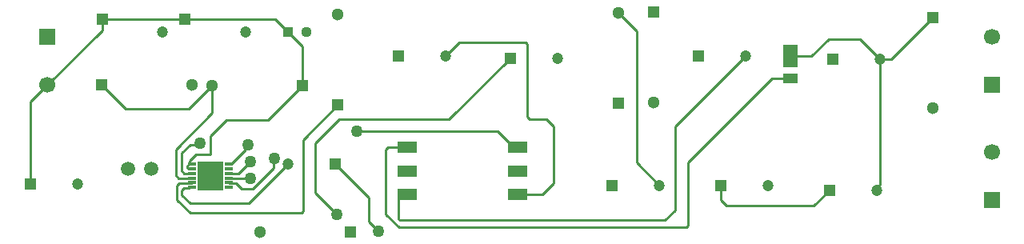
<source format=gtl>
G04*
G04 #@! TF.GenerationSoftware,Altium Limited,Altium Designer,24.2.2 (26)*
G04*
G04 Layer_Physical_Order=1*
G04 Layer_Color=255*
%FSLAX44Y44*%
%MOMM*%
G71*
G04*
G04 #@! TF.SameCoordinates,EC8B54CE-386E-4826-8866-03C4CD91BE24*
G04*
G04*
G04 #@! TF.FilePolarity,Positive*
G04*
G01*
G75*
%ADD10C,0.2540*%
%ADD15R,2.0800X1.1700*%
%ADD16R,2.7000X3.1000*%
%ADD17R,0.8500X0.3000*%
%ADD18R,1.5000X2.4000*%
%ADD19R,1.5000X1.0500*%
%ADD23R,1.7000X1.7000*%
%ADD24C,1.7000*%
%ADD25R,1.3000X1.3000*%
%ADD26C,1.3000*%
%ADD29R,1.3000X1.3000*%
%ADD30C,1.2000*%
%ADD31R,1.2000X1.2000*%
%ADD36C,1.5000*%
%ADD37R,1.1200X1.1200*%
%ADD38C,1.1200*%
%ADD39C,1.2700*%
D10*
X279400Y1098550D02*
Y1166420D01*
X278930Y1079500D02*
Y1098080D01*
X279400Y1098550D01*
X637663Y1040007D02*
Y1065407D01*
Y1040007D02*
X647700Y1029970D01*
X669290Y1033780D02*
X973872D01*
X655320Y1047750D02*
Y1116330D01*
Y1047750D02*
X669290Y1033780D01*
X669072Y1042670D02*
Y1053231D01*
X670560Y1041182D02*
X951012D01*
X669072Y1042670D02*
X670560Y1041182D01*
X951012D02*
X961390Y1051560D01*
X975360Y1035268D02*
Y1102360D01*
X973872Y1033780D02*
X975360Y1035268D01*
X601980Y1101090D02*
X637663Y1065407D01*
X1009650Y1062990D02*
Y1078230D01*
Y1062990D02*
X1016000Y1056640D01*
X1108240D01*
X1124750Y1073150D01*
X673750Y1068470D02*
X678300D01*
X669170Y1063890D02*
X673750Y1068470D01*
X669170Y1053329D02*
Y1063890D01*
X669072Y1053231D02*
X669170Y1053329D01*
X961390Y1051560D02*
Y1140460D01*
X1036320Y1215390D01*
X657460Y1118470D02*
X678300D01*
X655320Y1116330D02*
X657460Y1118470D01*
X975360Y1102360D02*
X1064250Y1191250D01*
X1083310D01*
X1105780Y1215000D02*
X1123950Y1233170D01*
X1083310Y1215000D02*
X1105780D01*
X1123950Y1233170D02*
X1156970D01*
X1178560Y1211580D01*
Y1079520D02*
Y1211580D01*
X1174750Y1075710D02*
X1178560Y1079520D01*
X1174750Y1073150D02*
Y1075710D01*
X1190450Y1211580D02*
X1234440Y1255570D01*
X1178560Y1211580D02*
X1190450D01*
X920750Y1102360D02*
X944880Y1078230D01*
X920750Y1102360D02*
Y1241600D01*
X901700Y1260650D02*
X920750Y1241600D01*
X514748Y1074420D02*
X536898Y1096570D01*
X496530Y1080810D02*
X502920Y1074420D01*
X514748D01*
X489400Y1080810D02*
X496530D01*
X536898Y1096570D02*
Y1105768D01*
X537859Y1106730D01*
X580390Y1070610D02*
Y1122680D01*
Y1070610D02*
X603250Y1047750D01*
X580390Y1122680D02*
X605790Y1148080D01*
X722160D01*
X786930Y1212850D01*
X807720Y1148080D02*
X825500D01*
X803692Y1229360D02*
X805180Y1227872D01*
X732790Y1229360D02*
X803692D01*
X805180Y1150620D02*
Y1227872D01*
Y1150620D02*
X807720Y1148080D01*
X718820Y1215390D02*
X732790Y1229360D01*
X790350Y1118470D02*
X794900D01*
X773440Y1135380D02*
X790350Y1118470D01*
X624840Y1135380D02*
X773440D01*
X825500Y1148080D02*
X833120Y1140460D01*
Y1080770D02*
Y1140460D01*
X820820Y1068470D02*
X833120Y1080770D01*
X794900Y1068470D02*
X820820D01*
X499230Y1090970D02*
X511810Y1103550D01*
Y1103590D01*
X492150Y1100890D02*
X507366Y1116106D01*
Y1119426D01*
X509310Y1121370D01*
X489400Y1100890D02*
X492150D01*
X489400Y1090970D02*
X499230D01*
X531035Y1147445D02*
X567230Y1183640D01*
X454660Y1111250D02*
X469900D01*
Y1130300D02*
X487045Y1147445D01*
X531035D01*
X469900Y1111250D02*
Y1130300D01*
X511770Y1085890D02*
X511810Y1085850D01*
X489400Y1085890D02*
X511770D01*
X279400Y1166420D02*
X297180Y1184200D01*
X445417Y1096553D02*
Y1098657D01*
Y1096553D02*
X445770Y1096200D01*
X445417Y1098657D02*
X447638Y1100878D01*
X448092D02*
X448310Y1100660D01*
X447638Y1100878D02*
X448092D01*
X448540Y1100890D02*
X450400D01*
X448310Y1100660D02*
X448540Y1100890D01*
X447892Y1104482D02*
X454660Y1111250D01*
X447892Y1101120D02*
Y1104482D01*
X439420Y1073150D02*
X441850Y1075580D01*
X439420Y1068070D02*
Y1073150D01*
X441850Y1075580D02*
X448092D01*
X439420Y1068070D02*
X448310Y1059180D01*
X510070D01*
X551980Y1101090D01*
X437138Y1080810D02*
X450400D01*
X434340Y1078012D02*
X437138Y1080810D01*
X434340Y1062990D02*
Y1078012D01*
Y1062990D02*
X448310Y1049020D01*
X566202D02*
X567690Y1050508D01*
Y1126490D01*
X448310Y1049020D02*
X566202D01*
X567690Y1126490D02*
X604520Y1163320D01*
X471170Y1183640D02*
X471630D01*
X447040Y1159510D02*
X471170Y1183640D01*
X380190Y1159510D02*
X447040D01*
X354790Y1184910D02*
X380190Y1159510D01*
X442138Y1090970D02*
X450400D01*
X439420Y1093688D02*
X442138Y1090970D01*
X439420Y1093688D02*
Y1112520D01*
X448310Y1121410D01*
X457200D02*
X458470Y1122680D01*
X448310Y1121410D02*
X457200D01*
X471630Y1154890D02*
Y1183640D01*
X433070Y1088608D02*
X435788Y1085890D01*
X450400D01*
X433070Y1088608D02*
Y1116330D01*
X471630Y1154890D01*
X567230Y1183640D02*
Y1225060D01*
X551500Y1240790D02*
X567230Y1225060D01*
X442980Y1253640D02*
X538650D01*
X551500Y1240790D01*
X355350Y1253640D02*
X442980D01*
X297180Y1184200D02*
X355350Y1242370D01*
Y1253640D01*
D15*
X794900Y1118470D02*
D03*
Y1093470D02*
D03*
Y1068470D02*
D03*
X678300D02*
D03*
Y1093470D02*
D03*
Y1118470D02*
D03*
D16*
X469900Y1088390D02*
D03*
D17*
X489400Y1100890D02*
D03*
Y1095890D02*
D03*
Y1090890D02*
D03*
Y1085890D02*
D03*
Y1080890D02*
D03*
Y1075890D02*
D03*
X450400D02*
D03*
Y1080890D02*
D03*
Y1085890D02*
D03*
Y1090890D02*
D03*
Y1095890D02*
D03*
Y1100890D02*
D03*
D18*
X1083310Y1215000D02*
D03*
D19*
Y1191250D02*
D03*
D23*
X1296670Y1184350D02*
D03*
Y1062430D02*
D03*
X297180Y1235000D02*
D03*
D24*
X1296670Y1235150D02*
D03*
Y1113230D02*
D03*
X297180Y1184200D02*
D03*
D25*
X1234440Y1255570D02*
D03*
X938530Y1261460D02*
D03*
X901700Y1165050D02*
D03*
X604520Y1163320D02*
D03*
D26*
X1234440Y1159970D02*
D03*
X938530Y1165860D02*
D03*
X901700Y1260650D02*
D03*
X604520Y1258920D02*
D03*
X471630Y1183640D02*
D03*
X450390Y1184910D02*
D03*
X521970Y1028700D02*
D03*
D29*
X567230Y1183640D02*
D03*
X354790Y1184910D02*
D03*
X617570Y1028700D02*
D03*
D30*
X1178560Y1211580D02*
D03*
X1174750Y1073150D02*
D03*
X1036320Y1215390D02*
D03*
X1059650Y1078230D02*
D03*
X944880D02*
D03*
X506980Y1240640D02*
D03*
X419350D02*
D03*
X836930Y1212850D02*
D03*
X718820Y1215390D02*
D03*
X551980Y1101090D02*
D03*
X328930Y1079500D02*
D03*
D31*
X1128560Y1211580D02*
D03*
X1124750Y1073150D02*
D03*
X986320Y1215390D02*
D03*
X1009650Y1078230D02*
D03*
X894880D02*
D03*
X442980Y1253640D02*
D03*
X355350D02*
D03*
X786930Y1212850D02*
D03*
X668820Y1215390D02*
D03*
X601980Y1101090D02*
D03*
X278930Y1079500D02*
D03*
D36*
X407470Y1096010D02*
D03*
X382470D02*
D03*
D37*
X551500Y1240790D02*
D03*
D38*
X571500D02*
D03*
D39*
X647700Y1029970D02*
D03*
X537859Y1106730D02*
D03*
X603250Y1047750D02*
D03*
X624840Y1135380D02*
D03*
X511810Y1085850D02*
D03*
Y1103590D02*
D03*
X509310Y1121370D02*
D03*
X458470Y1122680D02*
D03*
M02*

</source>
